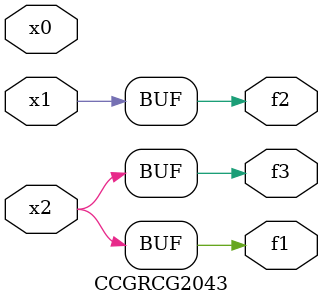
<source format=v>
module CCGRCG2043(
	input x0, x1, x2,
	output f1, f2, f3
);
	assign f1 = x2;
	assign f2 = x1;
	assign f3 = x2;
endmodule

</source>
